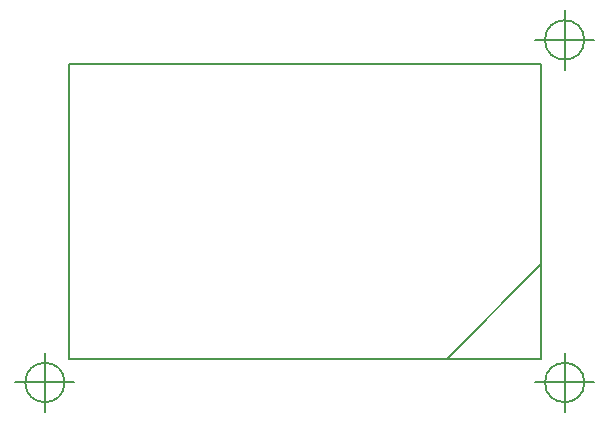
<source format=gbr>
%TF.GenerationSoftware,KiCad,Pcbnew,4.0.6*%
%TF.CreationDate,2017-07-29T18:57:00+02:00*%
%TF.ProjectId,ChipS,43686970532E6B696361645F70636200,rev?*%
%TF.FileFunction,Profile,NP*%
%FSLAX46Y46*%
G04 Gerber Fmt 4.6, Leading zero omitted, Abs format (unit mm)*
G04 Created by KiCad (PCBNEW 4.0.6) date 07/29/17 18:57:00*
%MOMM*%
%LPD*%
G01*
G04 APERTURE LIST*
%ADD10C,0.100000*%
%ADD11C,0.150000*%
G04 APERTURE END LIST*
D10*
D11*
X108000000Y-84000000D02*
X116000000Y-76000000D01*
X75666666Y-86000000D02*
G75*
G03X75666666Y-86000000I-1666666J0D01*
G01*
X71500000Y-86000000D02*
X76500000Y-86000000D01*
X74000000Y-83500000D02*
X74000000Y-88500000D01*
X119666666Y-57000000D02*
G75*
G03X119666666Y-57000000I-1666666J0D01*
G01*
X115500000Y-57000000D02*
X120500000Y-57000000D01*
X118000000Y-54500000D02*
X118000000Y-59500000D01*
X119666666Y-86000000D02*
G75*
G03X119666666Y-86000000I-1666666J0D01*
G01*
X115500000Y-86000000D02*
X120500000Y-86000000D01*
X118000000Y-83500000D02*
X118000000Y-88500000D01*
X116000000Y-59000000D02*
X76000000Y-59000000D01*
X76000000Y-84000000D02*
X76000000Y-59000000D01*
X116000000Y-84000000D02*
X76000000Y-84000000D01*
X116000000Y-59000000D02*
X116000000Y-84000000D01*
M02*

</source>
